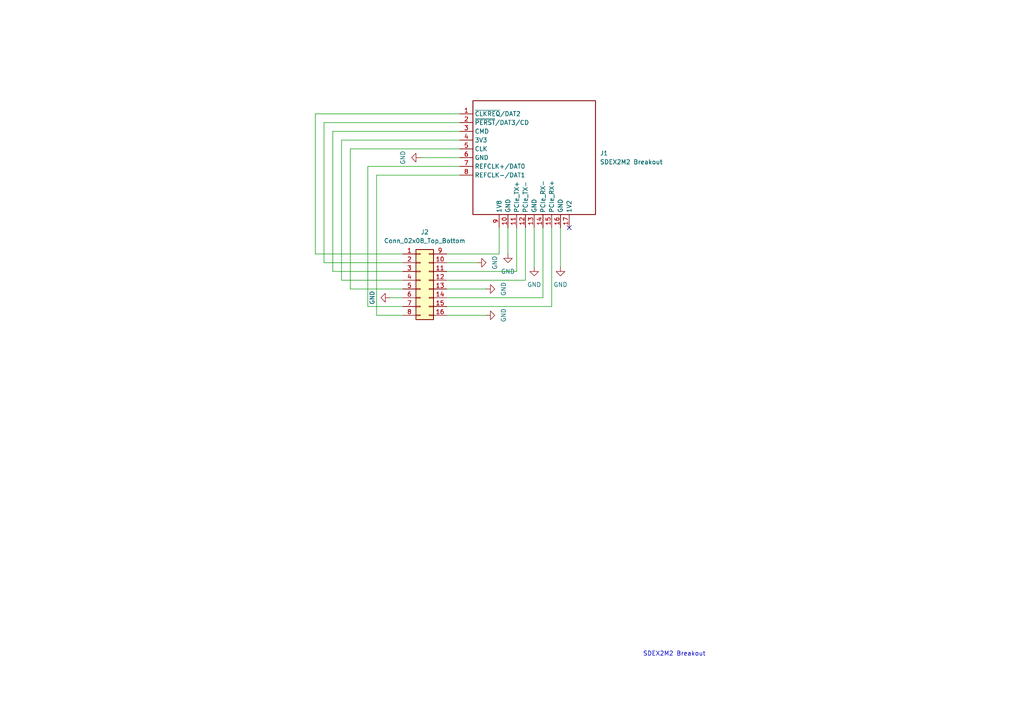
<source format=kicad_sch>
(kicad_sch
	(version 20250114)
	(generator "eeschema")
	(generator_version "9.0")
	(uuid "ab7da24e-4f2e-4e37-a5b2-9f2f0bc499d7")
	(paper "A4")
	(lib_symbols
		(symbol "Connector_Generic:Conn_02x08_Top_Bottom"
			(pin_names
				(offset 1.016)
				(hide yes)
			)
			(exclude_from_sim no)
			(in_bom yes)
			(on_board yes)
			(property "Reference" "J"
				(at 1.27 10.16 0)
				(effects
					(font
						(size 1.27 1.27)
					)
				)
			)
			(property "Value" "Conn_02x08_Top_Bottom"
				(at 1.27 -12.7 0)
				(effects
					(font
						(size 1.27 1.27)
					)
				)
			)
			(property "Footprint" ""
				(at 0 0 0)
				(effects
					(font
						(size 1.27 1.27)
					)
					(hide yes)
				)
			)
			(property "Datasheet" "~"
				(at 0 0 0)
				(effects
					(font
						(size 1.27 1.27)
					)
					(hide yes)
				)
			)
			(property "Description" "Generic connector, double row, 02x08, top/bottom pin numbering scheme (row 1: 1...pins_per_row, row2: pins_per_row+1 ... num_pins), script generated (kicad-library-utils/schlib/autogen/connector/)"
				(at 0 0 0)
				(effects
					(font
						(size 1.27 1.27)
					)
					(hide yes)
				)
			)
			(property "ki_keywords" "connector"
				(at 0 0 0)
				(effects
					(font
						(size 1.27 1.27)
					)
					(hide yes)
				)
			)
			(property "ki_fp_filters" "Connector*:*_2x??_*"
				(at 0 0 0)
				(effects
					(font
						(size 1.27 1.27)
					)
					(hide yes)
				)
			)
			(symbol "Conn_02x08_Top_Bottom_1_1"
				(rectangle
					(start -1.27 8.89)
					(end 3.81 -11.43)
					(stroke
						(width 0.254)
						(type default)
					)
					(fill
						(type background)
					)
				)
				(rectangle
					(start -1.27 7.747)
					(end 0 7.493)
					(stroke
						(width 0.1524)
						(type default)
					)
					(fill
						(type none)
					)
				)
				(rectangle
					(start -1.27 5.207)
					(end 0 4.953)
					(stroke
						(width 0.1524)
						(type default)
					)
					(fill
						(type none)
					)
				)
				(rectangle
					(start -1.27 2.667)
					(end 0 2.413)
					(stroke
						(width 0.1524)
						(type default)
					)
					(fill
						(type none)
					)
				)
				(rectangle
					(start -1.27 0.127)
					(end 0 -0.127)
					(stroke
						(width 0.1524)
						(type default)
					)
					(fill
						(type none)
					)
				)
				(rectangle
					(start -1.27 -2.413)
					(end 0 -2.667)
					(stroke
						(width 0.1524)
						(type default)
					)
					(fill
						(type none)
					)
				)
				(rectangle
					(start -1.27 -4.953)
					(end 0 -5.207)
					(stroke
						(width 0.1524)
						(type default)
					)
					(fill
						(type none)
					)
				)
				(rectangle
					(start -1.27 -7.493)
					(end 0 -7.747)
					(stroke
						(width 0.1524)
						(type default)
					)
					(fill
						(type none)
					)
				)
				(rectangle
					(start -1.27 -10.033)
					(end 0 -10.287)
					(stroke
						(width 0.1524)
						(type default)
					)
					(fill
						(type none)
					)
				)
				(rectangle
					(start 3.81 7.747)
					(end 2.54 7.493)
					(stroke
						(width 0.1524)
						(type default)
					)
					(fill
						(type none)
					)
				)
				(rectangle
					(start 3.81 5.207)
					(end 2.54 4.953)
					(stroke
						(width 0.1524)
						(type default)
					)
					(fill
						(type none)
					)
				)
				(rectangle
					(start 3.81 2.667)
					(end 2.54 2.413)
					(stroke
						(width 0.1524)
						(type default)
					)
					(fill
						(type none)
					)
				)
				(rectangle
					(start 3.81 0.127)
					(end 2.54 -0.127)
					(stroke
						(width 0.1524)
						(type default)
					)
					(fill
						(type none)
					)
				)
				(rectangle
					(start 3.81 -2.413)
					(end 2.54 -2.667)
					(stroke
						(width 0.1524)
						(type default)
					)
					(fill
						(type none)
					)
				)
				(rectangle
					(start 3.81 -4.953)
					(end 2.54 -5.207)
					(stroke
						(width 0.1524)
						(type default)
					)
					(fill
						(type none)
					)
				)
				(rectangle
					(start 3.81 -7.493)
					(end 2.54 -7.747)
					(stroke
						(width 0.1524)
						(type default)
					)
					(fill
						(type none)
					)
				)
				(rectangle
					(start 3.81 -10.033)
					(end 2.54 -10.287)
					(stroke
						(width 0.1524)
						(type default)
					)
					(fill
						(type none)
					)
				)
				(pin passive line
					(at -5.08 7.62 0)
					(length 3.81)
					(name "Pin_1"
						(effects
							(font
								(size 1.27 1.27)
							)
						)
					)
					(number "1"
						(effects
							(font
								(size 1.27 1.27)
							)
						)
					)
				)
				(pin passive line
					(at -5.08 5.08 0)
					(length 3.81)
					(name "Pin_2"
						(effects
							(font
								(size 1.27 1.27)
							)
						)
					)
					(number "2"
						(effects
							(font
								(size 1.27 1.27)
							)
						)
					)
				)
				(pin passive line
					(at -5.08 2.54 0)
					(length 3.81)
					(name "Pin_3"
						(effects
							(font
								(size 1.27 1.27)
							)
						)
					)
					(number "3"
						(effects
							(font
								(size 1.27 1.27)
							)
						)
					)
				)
				(pin passive line
					(at -5.08 0 0)
					(length 3.81)
					(name "Pin_4"
						(effects
							(font
								(size 1.27 1.27)
							)
						)
					)
					(number "4"
						(effects
							(font
								(size 1.27 1.27)
							)
						)
					)
				)
				(pin passive line
					(at -5.08 -2.54 0)
					(length 3.81)
					(name "Pin_5"
						(effects
							(font
								(size 1.27 1.27)
							)
						)
					)
					(number "5"
						(effects
							(font
								(size 1.27 1.27)
							)
						)
					)
				)
				(pin passive line
					(at -5.08 -5.08 0)
					(length 3.81)
					(name "Pin_6"
						(effects
							(font
								(size 1.27 1.27)
							)
						)
					)
					(number "6"
						(effects
							(font
								(size 1.27 1.27)
							)
						)
					)
				)
				(pin passive line
					(at -5.08 -7.62 0)
					(length 3.81)
					(name "Pin_7"
						(effects
							(font
								(size 1.27 1.27)
							)
						)
					)
					(number "7"
						(effects
							(font
								(size 1.27 1.27)
							)
						)
					)
				)
				(pin passive line
					(at -5.08 -10.16 0)
					(length 3.81)
					(name "Pin_8"
						(effects
							(font
								(size 1.27 1.27)
							)
						)
					)
					(number "8"
						(effects
							(font
								(size 1.27 1.27)
							)
						)
					)
				)
				(pin passive line
					(at 7.62 7.62 180)
					(length 3.81)
					(name "Pin_9"
						(effects
							(font
								(size 1.27 1.27)
							)
						)
					)
					(number "9"
						(effects
							(font
								(size 1.27 1.27)
							)
						)
					)
				)
				(pin passive line
					(at 7.62 5.08 180)
					(length 3.81)
					(name "Pin_10"
						(effects
							(font
								(size 1.27 1.27)
							)
						)
					)
					(number "10"
						(effects
							(font
								(size 1.27 1.27)
							)
						)
					)
				)
				(pin passive line
					(at 7.62 2.54 180)
					(length 3.81)
					(name "Pin_11"
						(effects
							(font
								(size 1.27 1.27)
							)
						)
					)
					(number "11"
						(effects
							(font
								(size 1.27 1.27)
							)
						)
					)
				)
				(pin passive line
					(at 7.62 0 180)
					(length 3.81)
					(name "Pin_12"
						(effects
							(font
								(size 1.27 1.27)
							)
						)
					)
					(number "12"
						(effects
							(font
								(size 1.27 1.27)
							)
						)
					)
				)
				(pin passive line
					(at 7.62 -2.54 180)
					(length 3.81)
					(name "Pin_13"
						(effects
							(font
								(size 1.27 1.27)
							)
						)
					)
					(number "13"
						(effects
							(font
								(size 1.27 1.27)
							)
						)
					)
				)
				(pin passive line
					(at 7.62 -5.08 180)
					(length 3.81)
					(name "Pin_14"
						(effects
							(font
								(size 1.27 1.27)
							)
						)
					)
					(number "14"
						(effects
							(font
								(size 1.27 1.27)
							)
						)
					)
				)
				(pin passive line
					(at 7.62 -7.62 180)
					(length 3.81)
					(name "Pin_15"
						(effects
							(font
								(size 1.27 1.27)
							)
						)
					)
					(number "15"
						(effects
							(font
								(size 1.27 1.27)
							)
						)
					)
				)
				(pin passive line
					(at 7.62 -10.16 180)
					(length 3.81)
					(name "Pin_16"
						(effects
							(font
								(size 1.27 1.27)
							)
						)
					)
					(number "16"
						(effects
							(font
								(size 1.27 1.27)
							)
						)
					)
				)
			)
			(embedded_fonts no)
		)
		(symbol "m1cha:Micro_SDex_PCB"
			(exclude_from_sim no)
			(in_bom yes)
			(on_board yes)
			(property "Reference" "J1"
				(at 17.78 1.2701 0)
				(effects
					(font
						(size 1.27 1.27)
					)
					(justify left)
				)
			)
			(property "Value" "SDEX2M2 Breakout"
				(at 17.78 -1.2699 0)
				(effects
					(font
						(size 1.27 1.27)
					)
					(justify left)
				)
			)
			(property "Footprint" "m1cha:usdex-male-open_bottom"
				(at 52.07 17.78 0)
				(effects
					(font
						(size 1.27 1.27)
					)
					(hide yes)
				)
			)
			(property "Datasheet" ""
				(at 2.032 23.622 0)
				(effects
					(font
						(size 1.27 1.27)
					)
					(hide yes)
				)
			)
			(property "Description" "Micro SD Card PCB"
				(at -1.778 20.828 0)
				(effects
					(font
						(size 1.27 1.27)
					)
					(hide yes)
				)
			)
			(property "ki_keywords" "connector SD microsd"
				(at 0 0 0)
				(effects
					(font
						(size 1.27 1.27)
					)
					(hide yes)
				)
			)
			(property "ki_fp_filters" "microSD*"
				(at 0 0 0)
				(effects
					(font
						(size 1.27 1.27)
					)
					(hide yes)
				)
			)
			(symbol "Micro_SDex_PCB_0_1"
				(polyline
					(pts
						(xy 16.51 -8.89) (xy 16.51 16.51) (xy -19.05 16.51) (xy -19.05 -16.51) (xy 16.51 -16.51) (xy 16.51 -8.89)
					)
					(stroke
						(width 0.254)
						(type default)
					)
					(fill
						(type none)
					)
				)
			)
			(symbol "Micro_SDex_PCB_1_1"
				(pin bidirectional line
					(at -22.86 12.7 0)
					(length 3.81)
					(name "~{CLKREQ}/DAT2"
						(effects
							(font
								(size 1.27 1.27)
							)
						)
					)
					(number "1"
						(effects
							(font
								(size 1.27 1.27)
							)
						)
					)
				)
				(pin bidirectional line
					(at -22.86 10.16 0)
					(length 3.81)
					(name "~{PERST}/DAT3/CD"
						(effects
							(font
								(size 1.27 1.27)
							)
						)
					)
					(number "2"
						(effects
							(font
								(size 1.27 1.27)
							)
						)
					)
				)
				(pin output line
					(at -22.86 7.62 0)
					(length 3.81)
					(name "CMD"
						(effects
							(font
								(size 1.27 1.27)
							)
						)
					)
					(number "3"
						(effects
							(font
								(size 1.27 1.27)
							)
						)
					)
				)
				(pin power_out line
					(at -22.86 5.08 0)
					(length 3.81)
					(name "3V3"
						(effects
							(font
								(size 1.27 1.27)
							)
						)
					)
					(number "4"
						(effects
							(font
								(size 1.27 1.27)
							)
						)
					)
				)
				(pin output line
					(at -22.86 2.54 0)
					(length 3.81)
					(name "CLK"
						(effects
							(font
								(size 1.27 1.27)
							)
						)
					)
					(number "5"
						(effects
							(font
								(size 1.27 1.27)
							)
						)
					)
				)
				(pin power_out line
					(at -22.86 0 0)
					(length 3.81)
					(name "GND"
						(effects
							(font
								(size 1.27 1.27)
							)
						)
					)
					(number "6"
						(effects
							(font
								(size 1.27 1.27)
							)
						)
					)
				)
				(pin bidirectional line
					(at -22.86 -2.54 0)
					(length 3.81)
					(name "REFCLK+/DAT0"
						(effects
							(font
								(size 1.27 1.27)
							)
						)
					)
					(number "7"
						(effects
							(font
								(size 1.27 1.27)
							)
						)
					)
				)
				(pin bidirectional line
					(at -22.86 -5.08 0)
					(length 3.81)
					(name "REFCLK-/DAT1"
						(effects
							(font
								(size 1.27 1.27)
							)
						)
					)
					(number "8"
						(effects
							(font
								(size 1.27 1.27)
							)
						)
					)
				)
				(pin power_out line
					(at -11.43 -20.32 90)
					(length 3.81)
					(name "1V8"
						(effects
							(font
								(size 1.27 1.27)
							)
						)
					)
					(number "9"
						(effects
							(font
								(size 1.27 1.27)
							)
						)
					)
				)
				(pin passive line
					(at -8.89 -20.32 90)
					(length 3.81)
					(name "GND"
						(effects
							(font
								(size 1.27 1.27)
							)
						)
					)
					(number "10"
						(effects
							(font
								(size 1.27 1.27)
							)
						)
					)
				)
				(pin output line
					(at -6.35 -20.32 90)
					(length 3.81)
					(name "PCIe_TX+"
						(effects
							(font
								(size 1.27 1.27)
							)
						)
					)
					(number "11"
						(effects
							(font
								(size 1.27 1.27)
							)
						)
					)
				)
				(pin output line
					(at -3.81 -20.32 90)
					(length 3.81)
					(name "PCIe_TX-"
						(effects
							(font
								(size 1.27 1.27)
							)
						)
					)
					(number "12"
						(effects
							(font
								(size 1.27 1.27)
							)
						)
					)
				)
				(pin passive line
					(at -1.27 -20.32 90)
					(length 3.81)
					(name "GND"
						(effects
							(font
								(size 1.27 1.27)
							)
						)
					)
					(number "13"
						(effects
							(font
								(size 1.27 1.27)
							)
						)
					)
				)
				(pin input line
					(at 1.27 -20.32 90)
					(length 3.81)
					(name "PCIe_RX-"
						(effects
							(font
								(size 1.27 1.27)
							)
						)
					)
					(number "14"
						(effects
							(font
								(size 1.27 1.27)
							)
						)
					)
				)
				(pin input line
					(at 3.81 -20.32 90)
					(length 3.81)
					(name "PCIe_RX+"
						(effects
							(font
								(size 1.27 1.27)
							)
						)
					)
					(number "15"
						(effects
							(font
								(size 1.27 1.27)
							)
						)
					)
				)
				(pin passive line
					(at 6.35 -20.32 90)
					(length 3.81)
					(name "GND"
						(effects
							(font
								(size 1.27 1.27)
							)
						)
					)
					(number "16"
						(effects
							(font
								(size 1.27 1.27)
							)
						)
					)
				)
				(pin power_out line
					(at 8.89 -20.32 90)
					(length 3.81)
					(name "1V2"
						(effects
							(font
								(size 1.27 1.27)
							)
						)
					)
					(number "17"
						(effects
							(font
								(size 1.27 1.27)
							)
						)
					)
				)
			)
			(embedded_fonts no)
		)
		(symbol "power:GND"
			(power)
			(pin_numbers
				(hide yes)
			)
			(pin_names
				(offset 0)
				(hide yes)
			)
			(exclude_from_sim no)
			(in_bom yes)
			(on_board yes)
			(property "Reference" "#PWR"
				(at 0 -6.35 0)
				(effects
					(font
						(size 1.27 1.27)
					)
					(hide yes)
				)
			)
			(property "Value" "GND"
				(at 0 -3.81 0)
				(effects
					(font
						(size 1.27 1.27)
					)
				)
			)
			(property "Footprint" ""
				(at 0 0 0)
				(effects
					(font
						(size 1.27 1.27)
					)
					(hide yes)
				)
			)
			(property "Datasheet" ""
				(at 0 0 0)
				(effects
					(font
						(size 1.27 1.27)
					)
					(hide yes)
				)
			)
			(property "Description" "Power symbol creates a global label with name \"GND\" , ground"
				(at 0 0 0)
				(effects
					(font
						(size 1.27 1.27)
					)
					(hide yes)
				)
			)
			(property "ki_keywords" "global power"
				(at 0 0 0)
				(effects
					(font
						(size 1.27 1.27)
					)
					(hide yes)
				)
			)
			(symbol "GND_0_1"
				(polyline
					(pts
						(xy 0 0) (xy 0 -1.27) (xy 1.27 -1.27) (xy 0 -2.54) (xy -1.27 -1.27) (xy 0 -1.27)
					)
					(stroke
						(width 0)
						(type default)
					)
					(fill
						(type none)
					)
				)
			)
			(symbol "GND_1_1"
				(pin power_in line
					(at 0 0 270)
					(length 0)
					(name "~"
						(effects
							(font
								(size 1.27 1.27)
							)
						)
					)
					(number "1"
						(effects
							(font
								(size 1.27 1.27)
							)
						)
					)
				)
			)
			(embedded_fonts no)
		)
	)
	(text "SDEX2M2 Breakout"
		(exclude_from_sim no)
		(at 195.58 189.738 0)
		(effects
			(font
				(size 1.27 1.27)
			)
		)
		(uuid "fbb2e163-2d89-4cf5-ac4b-f9bf1361494d")
	)
	(no_connect
		(at 165.1 66.04)
		(uuid "fd3e7cce-09c9-4321-9706-0ff0eb67ebf8")
	)
	(wire
		(pts
			(xy 99.06 40.64) (xy 99.06 81.28)
		)
		(stroke
			(width 0)
			(type default)
		)
		(uuid "028ad15d-b035-4117-a87a-4a9dd02532d5")
	)
	(wire
		(pts
			(xy 121.92 45.72) (xy 133.35 45.72)
		)
		(stroke
			(width 0)
			(type default)
		)
		(uuid "03d8fa3d-a597-4274-a4b8-91956887a753")
	)
	(wire
		(pts
			(xy 106.68 48.26) (xy 133.35 48.26)
		)
		(stroke
			(width 0)
			(type default)
		)
		(uuid "043e1345-c51a-4cc0-8712-5541633cf618")
	)
	(wire
		(pts
			(xy 116.84 83.82) (xy 101.6 83.82)
		)
		(stroke
			(width 0)
			(type default)
		)
		(uuid "0565ce2f-b314-40ea-b125-2469a580767c")
	)
	(wire
		(pts
			(xy 138.43 76.2) (xy 129.54 76.2)
		)
		(stroke
			(width 0)
			(type default)
		)
		(uuid "13b793c6-be1f-430e-9d04-87158dbd6122")
	)
	(wire
		(pts
			(xy 157.48 86.36) (xy 129.54 86.36)
		)
		(stroke
			(width 0)
			(type default)
		)
		(uuid "186b0ced-0155-4daf-99ef-2dfac3a96173")
	)
	(wire
		(pts
			(xy 109.22 91.44) (xy 109.22 50.8)
		)
		(stroke
			(width 0)
			(type default)
		)
		(uuid "1e045178-fcc0-47a2-a967-75dfbc992a1f")
	)
	(wire
		(pts
			(xy 149.86 78.74) (xy 129.54 78.74)
		)
		(stroke
			(width 0)
			(type default)
		)
		(uuid "21c7c481-69ad-4776-8b81-97e9b43cfe60")
	)
	(wire
		(pts
			(xy 116.84 73.66) (xy 91.44 73.66)
		)
		(stroke
			(width 0)
			(type default)
		)
		(uuid "32f4f92d-4366-4d46-a47c-d58567969d8f")
	)
	(wire
		(pts
			(xy 91.44 73.66) (xy 91.44 33.02)
		)
		(stroke
			(width 0)
			(type default)
		)
		(uuid "33a74489-84d9-4984-b094-68d56a69c1e8")
	)
	(wire
		(pts
			(xy 113.03 86.36) (xy 116.84 86.36)
		)
		(stroke
			(width 0)
			(type default)
		)
		(uuid "3475f4bf-d6a3-45d5-af06-364fe9304876")
	)
	(wire
		(pts
			(xy 106.68 88.9) (xy 106.68 48.26)
		)
		(stroke
			(width 0)
			(type default)
		)
		(uuid "436bcac1-2f06-42ae-9866-ec87edae2046")
	)
	(wire
		(pts
			(xy 160.02 88.9) (xy 129.54 88.9)
		)
		(stroke
			(width 0)
			(type default)
		)
		(uuid "4518da10-2809-4172-91ca-86a389bf1b98")
	)
	(wire
		(pts
			(xy 140.97 91.44) (xy 129.54 91.44)
		)
		(stroke
			(width 0)
			(type default)
		)
		(uuid "456786c0-6536-41d5-86c0-db69006e049e")
	)
	(wire
		(pts
			(xy 101.6 83.82) (xy 101.6 43.18)
		)
		(stroke
			(width 0)
			(type default)
		)
		(uuid "46374b4f-8bac-489f-9a64-520e54827d97")
	)
	(wire
		(pts
			(xy 101.6 43.18) (xy 133.35 43.18)
		)
		(stroke
			(width 0)
			(type default)
		)
		(uuid "49e99054-ffc0-4c62-bc9c-afd08356316e")
	)
	(wire
		(pts
			(xy 147.32 73.66) (xy 147.32 66.04)
		)
		(stroke
			(width 0)
			(type default)
		)
		(uuid "50976219-9b9e-477a-b505-ac6ba37ba699")
	)
	(wire
		(pts
			(xy 152.4 81.28) (xy 129.54 81.28)
		)
		(stroke
			(width 0)
			(type default)
		)
		(uuid "5144ef60-d97a-4d83-9bab-7d2f2c092eee")
	)
	(wire
		(pts
			(xy 144.78 66.04) (xy 144.78 73.66)
		)
		(stroke
			(width 0)
			(type default)
		)
		(uuid "5816ca42-0d27-4157-b108-f34032fe75ee")
	)
	(wire
		(pts
			(xy 109.22 50.8) (xy 133.35 50.8)
		)
		(stroke
			(width 0)
			(type default)
		)
		(uuid "5e54ea30-321c-42c4-8ef4-f8ec00a32463")
	)
	(wire
		(pts
			(xy 152.4 66.04) (xy 152.4 81.28)
		)
		(stroke
			(width 0)
			(type default)
		)
		(uuid "60af7057-37f9-4cf3-89b5-958f0a215241")
	)
	(wire
		(pts
			(xy 149.86 66.04) (xy 149.86 78.74)
		)
		(stroke
			(width 0)
			(type default)
		)
		(uuid "68dea15a-5e4a-448c-aa8c-205a3e8de779")
	)
	(wire
		(pts
			(xy 162.56 77.47) (xy 162.56 66.04)
		)
		(stroke
			(width 0)
			(type default)
		)
		(uuid "723d0643-3a43-4e40-84f9-61585668bda2")
	)
	(wire
		(pts
			(xy 160.02 66.04) (xy 160.02 88.9)
		)
		(stroke
			(width 0)
			(type default)
		)
		(uuid "73a1d956-bf9e-4206-a44e-cb5c91f247aa")
	)
	(wire
		(pts
			(xy 96.52 78.74) (xy 96.52 38.1)
		)
		(stroke
			(width 0)
			(type default)
		)
		(uuid "754cec68-bf30-4577-a2f8-d1fb099c7f60")
	)
	(wire
		(pts
			(xy 129.54 73.66) (xy 144.78 73.66)
		)
		(stroke
			(width 0)
			(type default)
		)
		(uuid "7d835924-c25d-4f67-9322-5674dfecf1c3")
	)
	(wire
		(pts
			(xy 96.52 38.1) (xy 133.35 38.1)
		)
		(stroke
			(width 0)
			(type default)
		)
		(uuid "87fd46b8-04ef-4cc2-bd90-ee414f35c2af")
	)
	(wire
		(pts
			(xy 133.35 40.64) (xy 99.06 40.64)
		)
		(stroke
			(width 0)
			(type default)
		)
		(uuid "8ba8f7d7-b059-41c8-bcbc-9559c2dcdea1")
	)
	(wire
		(pts
			(xy 116.84 78.74) (xy 96.52 78.74)
		)
		(stroke
			(width 0)
			(type default)
		)
		(uuid "8cef1b6b-5f9f-4c18-a6ee-b7187fda4240")
	)
	(wire
		(pts
			(xy 140.97 83.82) (xy 129.54 83.82)
		)
		(stroke
			(width 0)
			(type default)
		)
		(uuid "a9baf8bf-4b33-4c33-b621-2015f0a2730f")
	)
	(wire
		(pts
			(xy 99.06 81.28) (xy 116.84 81.28)
		)
		(stroke
			(width 0)
			(type default)
		)
		(uuid "abaaadd1-da2e-4a40-a959-8390fd837c8a")
	)
	(wire
		(pts
			(xy 154.94 77.47) (xy 154.94 66.04)
		)
		(stroke
			(width 0)
			(type default)
		)
		(uuid "b73177b6-58a0-4142-b46d-90d27d37c364")
	)
	(wire
		(pts
			(xy 93.98 76.2) (xy 116.84 76.2)
		)
		(stroke
			(width 0)
			(type default)
		)
		(uuid "c4c04e2f-1b88-4967-aaa0-37fdc629daf0")
	)
	(wire
		(pts
			(xy 133.35 35.56) (xy 93.98 35.56)
		)
		(stroke
			(width 0)
			(type default)
		)
		(uuid "dac75e0f-9ac7-4cc2-b277-5c0777b1fe1c")
	)
	(wire
		(pts
			(xy 91.44 33.02) (xy 133.35 33.02)
		)
		(stroke
			(width 0)
			(type default)
		)
		(uuid "db8ee2cf-e036-4d5d-91c2-cb926a9dcf21")
	)
	(wire
		(pts
			(xy 116.84 88.9) (xy 106.68 88.9)
		)
		(stroke
			(width 0)
			(type default)
		)
		(uuid "dc4f5c95-9435-4b73-8c91-ecf376a76a96")
	)
	(wire
		(pts
			(xy 116.84 91.44) (xy 109.22 91.44)
		)
		(stroke
			(width 0)
			(type default)
		)
		(uuid "dec15800-8189-4349-98a3-58ac8a9ee11c")
	)
	(wire
		(pts
			(xy 157.48 66.04) (xy 157.48 86.36)
		)
		(stroke
			(width 0)
			(type default)
		)
		(uuid "e9714f29-9e47-4aac-b934-b031549aa95d")
	)
	(wire
		(pts
			(xy 93.98 35.56) (xy 93.98 76.2)
		)
		(stroke
			(width 0)
			(type default)
		)
		(uuid "fa4c823c-14f5-476a-a604-440bbdcbb89a")
	)
	(symbol
		(lib_id "power:GND")
		(at 138.43 76.2 90)
		(unit 1)
		(exclude_from_sim no)
		(in_bom yes)
		(on_board yes)
		(dnp no)
		(uuid "4dfbc0ae-d345-4e55-92ee-eb80b81a508e")
		(property "Reference" "#PWR08"
			(at 144.78 76.2 0)
			(effects
				(font
					(size 1.27 1.27)
				)
				(hide yes)
			)
		)
		(property "Value" "GND"
			(at 143.51 76.2 0)
			(effects
				(font
					(size 1.27 1.27)
				)
			)
		)
		(property "Footprint" ""
			(at 138.43 76.2 0)
			(effects
				(font
					(size 1.27 1.27)
				)
				(hide yes)
			)
		)
		(property "Datasheet" ""
			(at 138.43 76.2 0)
			(effects
				(font
					(size 1.27 1.27)
				)
				(hide yes)
			)
		)
		(property "Description" "Power symbol creates a global label with name \"GND\" , ground"
			(at 138.43 76.2 0)
			(effects
				(font
					(size 1.27 1.27)
				)
				(hide yes)
			)
		)
		(pin "1"
			(uuid "a99ac9eb-e101-46d0-8248-7025d5d97650")
		)
		(instances
			(project "SDEXBreakout"
				(path "/ab7da24e-4f2e-4e37-a5b2-9f2f0bc499d7"
					(reference "#PWR08")
					(unit 1)
				)
			)
		)
	)
	(symbol
		(lib_id "power:GND")
		(at 140.97 83.82 90)
		(unit 1)
		(exclude_from_sim no)
		(in_bom yes)
		(on_board yes)
		(dnp no)
		(uuid "6e1f9dc5-d940-475e-8af6-385151ec9ef7")
		(property "Reference" "#PWR07"
			(at 147.32 83.82 0)
			(effects
				(font
					(size 1.27 1.27)
				)
				(hide yes)
			)
		)
		(property "Value" "GND"
			(at 146.05 83.82 0)
			(effects
				(font
					(size 1.27 1.27)
				)
			)
		)
		(property "Footprint" ""
			(at 140.97 83.82 0)
			(effects
				(font
					(size 1.27 1.27)
				)
				(hide yes)
			)
		)
		(property "Datasheet" ""
			(at 140.97 83.82 0)
			(effects
				(font
					(size 1.27 1.27)
				)
				(hide yes)
			)
		)
		(property "Description" "Power symbol creates a global label with name \"GND\" , ground"
			(at 140.97 83.82 0)
			(effects
				(font
					(size 1.27 1.27)
				)
				(hide yes)
			)
		)
		(pin "1"
			(uuid "d6208d67-b9ea-4c35-a9b5-98c422737c1c")
		)
		(instances
			(project "SDEXBreakout"
				(path "/ab7da24e-4f2e-4e37-a5b2-9f2f0bc499d7"
					(reference "#PWR07")
					(unit 1)
				)
			)
		)
	)
	(symbol
		(lib_id "power:GND")
		(at 113.03 86.36 270)
		(unit 1)
		(exclude_from_sim no)
		(in_bom yes)
		(on_board yes)
		(dnp no)
		(uuid "7495ab5a-ceb9-4769-94d1-ab79f4566dd7")
		(property "Reference" "#PWR05"
			(at 106.68 86.36 0)
			(effects
				(font
					(size 1.27 1.27)
				)
				(hide yes)
			)
		)
		(property "Value" "GND"
			(at 107.95 86.36 0)
			(effects
				(font
					(size 1.27 1.27)
				)
			)
		)
		(property "Footprint" ""
			(at 113.03 86.36 0)
			(effects
				(font
					(size 1.27 1.27)
				)
				(hide yes)
			)
		)
		(property "Datasheet" ""
			(at 113.03 86.36 0)
			(effects
				(font
					(size 1.27 1.27)
				)
				(hide yes)
			)
		)
		(property "Description" "Power symbol creates a global label with name \"GND\" , ground"
			(at 113.03 86.36 0)
			(effects
				(font
					(size 1.27 1.27)
				)
				(hide yes)
			)
		)
		(pin "1"
			(uuid "36361b50-c6e5-4e82-8516-8cea23fb5a52")
		)
		(instances
			(project "SDEXBreakout"
				(path "/ab7da24e-4f2e-4e37-a5b2-9f2f0bc499d7"
					(reference "#PWR05")
					(unit 1)
				)
			)
		)
	)
	(symbol
		(lib_id "Connector_Generic:Conn_02x08_Top_Bottom")
		(at 121.92 81.28 0)
		(unit 1)
		(exclude_from_sim no)
		(in_bom yes)
		(on_board yes)
		(dnp no)
		(fields_autoplaced yes)
		(uuid "79f917c1-017f-413f-bdbd-6d6a7e497537")
		(property "Reference" "J2"
			(at 123.19 67.31 0)
			(effects
				(font
					(size 1.27 1.27)
				)
			)
		)
		(property "Value" "Conn_02x08_Top_Bottom"
			(at 123.19 69.85 0)
			(effects
				(font
					(size 1.27 1.27)
				)
			)
		)
		(property "Footprint" "Connector_PinHeader_2.00mm:PinHeader_1x16_P2.00mm_Vertical"
			(at 121.92 81.28 0)
			(effects
				(font
					(size 1.27 1.27)
				)
				(hide yes)
			)
		)
		(property "Datasheet" "~"
			(at 121.92 81.28 0)
			(effects
				(font
					(size 1.27 1.27)
				)
				(hide yes)
			)
		)
		(property "Description" "Generic connector, double row, 02x08, top/bottom pin numbering scheme (row 1: 1...pins_per_row, row2: pins_per_row+1 ... num_pins), script generated (kicad-library-utils/schlib/autogen/connector/)"
			(at 121.92 81.28 0)
			(effects
				(font
					(size 1.27 1.27)
				)
				(hide yes)
			)
		)
		(pin "4"
			(uuid "a600f8fe-5d37-4cc4-ae51-a9c04ae4253e")
		)
		(pin "12"
			(uuid "1a0d33ae-392d-443f-b55a-adc75a19fdd9")
		)
		(pin "2"
			(uuid "0ca1e3d7-b0a6-442e-b422-3b38b47c842e")
		)
		(pin "14"
			(uuid "bf78e078-32d5-4c93-8112-64bf66a740dd")
		)
		(pin "5"
			(uuid "e7a32392-e25b-4daa-9568-a34de53b9c46")
		)
		(pin "1"
			(uuid "2ea72657-9331-466b-9d79-f0da89affbdc")
		)
		(pin "9"
			(uuid "ed3c8594-08bd-4828-af2a-7b1bc628ce9f")
		)
		(pin "15"
			(uuid "58192960-f486-41c9-bd7e-5933aa1c0891")
		)
		(pin "3"
			(uuid "896898a4-c696-47aa-bd36-0841f5504ff6")
		)
		(pin "10"
			(uuid "191fad4d-2475-441e-bd61-bf9257b8a69b")
		)
		(pin "6"
			(uuid "d95e6dfc-1265-455e-87a9-2c3f6954dc0d")
		)
		(pin "8"
			(uuid "c1a9c872-ba73-4786-a2c6-ce2ac8b3f73c")
		)
		(pin "13"
			(uuid "c68efb6a-c7de-457e-a573-b17d5af2c834")
		)
		(pin "7"
			(uuid "7b3de35f-78b9-47aa-8858-d481c6b7046d")
		)
		(pin "11"
			(uuid "dfbedb2a-3165-445f-8ff8-164373073110")
		)
		(pin "16"
			(uuid "89d759c0-4320-4738-8073-40ed071f9552")
		)
		(instances
			(project ""
				(path "/ab7da24e-4f2e-4e37-a5b2-9f2f0bc499d7"
					(reference "J2")
					(unit 1)
				)
			)
		)
	)
	(symbol
		(lib_id "m1cha:Micro_SDex_PCB")
		(at 156.21 45.72 0)
		(unit 1)
		(exclude_from_sim no)
		(in_bom yes)
		(on_board yes)
		(dnp no)
		(fields_autoplaced yes)
		(uuid "832d25c0-80ec-491d-ba8f-8e012b99c954")
		(property "Reference" "J1"
			(at 173.99 44.4499 0)
			(effects
				(font
					(size 1.27 1.27)
				)
				(justify left)
			)
		)
		(property "Value" "SDEX2M2 Breakout"
			(at 173.99 46.9899 0)
			(effects
				(font
					(size 1.27 1.27)
				)
				(justify left)
			)
		)
		(property "Footprint" "m1cha:usdex-male-open_bottom"
			(at 208.28 27.94 0)
			(effects
				(font
					(size 1.27 1.27)
				)
				(hide yes)
			)
		)
		(property "Datasheet" ""
			(at 158.242 22.098 0)
			(effects
				(font
					(size 1.27 1.27)
				)
				(hide yes)
			)
		)
		(property "Description" "Micro SD Card PCB"
			(at 154.432 24.892 0)
			(effects
				(font
					(size 1.27 1.27)
				)
				(hide yes)
			)
		)
		(pin "13"
			(uuid "e6920d72-7176-4645-bfbd-2a6894947840")
		)
		(pin "11"
			(uuid "c84ab752-e762-49a1-ab7e-cf6d6a3e5ee2")
		)
		(pin "12"
			(uuid "45042473-fe44-43a3-a1c5-62ecb9b8cec1")
		)
		(pin "14"
			(uuid "e191f4e4-6957-497c-ba91-30b571ffb7c2")
		)
		(pin "5"
			(uuid "028efa7e-8593-436c-8a3d-e403a5c8de50")
		)
		(pin "3"
			(uuid "9f5ed543-22b2-4637-ab74-bdb141304c31")
		)
		(pin "8"
			(uuid "b80f5386-8870-4896-a727-aa9e77a261c7")
		)
		(pin "10"
			(uuid "938f3813-5c22-4e37-a49d-e2d47386f468")
		)
		(pin "6"
			(uuid "f0d7d247-5f4f-460f-b91c-89d41b18f3ab")
		)
		(pin "9"
			(uuid "c08c9c60-ab3f-4df1-934b-23d7ecbd8921")
		)
		(pin "4"
			(uuid "807ef3e4-1983-43c3-abb0-88dc8860d408")
		)
		(pin "15"
			(uuid "87f00053-2954-45ad-83af-a9e60e94d7a8")
		)
		(pin "1"
			(uuid "52c31b84-8b1d-483a-97d9-3ea4a1bbcf24")
		)
		(pin "16"
			(uuid "51c03248-f175-49a7-a743-5dd0371dacfd")
		)
		(pin "17"
			(uuid "ac4af930-126c-4ad1-bd95-2f95c99f9738")
		)
		(pin "7"
			(uuid "eae40638-dc3c-4577-904f-084556029107")
		)
		(pin "2"
			(uuid "30c42e27-44c3-4d7c-a86f-d0ab143e5242")
		)
		(instances
			(project ""
				(path "/ab7da24e-4f2e-4e37-a5b2-9f2f0bc499d7"
					(reference "J1")
					(unit 1)
				)
			)
		)
	)
	(symbol
		(lib_id "power:GND")
		(at 147.32 73.66 0)
		(unit 1)
		(exclude_from_sim no)
		(in_bom yes)
		(on_board yes)
		(dnp no)
		(uuid "96b0d8e2-8a66-4a01-98e1-eacd6daeaeac")
		(property "Reference" "#PWR02"
			(at 147.32 80.01 0)
			(effects
				(font
					(size 1.27 1.27)
				)
				(hide yes)
			)
		)
		(property "Value" "GND"
			(at 147.32 78.74 0)
			(effects
				(font
					(size 1.27 1.27)
				)
			)
		)
		(property "Footprint" ""
			(at 147.32 73.66 0)
			(effects
				(font
					(size 1.27 1.27)
				)
				(hide yes)
			)
		)
		(property "Datasheet" ""
			(at 147.32 73.66 0)
			(effects
				(font
					(size 1.27 1.27)
				)
				(hide yes)
			)
		)
		(property "Description" "Power symbol creates a global label with name \"GND\" , ground"
			(at 147.32 73.66 0)
			(effects
				(font
					(size 1.27 1.27)
				)
				(hide yes)
			)
		)
		(pin "1"
			(uuid "fbcf7e0b-d4dd-4279-8b0e-4ee2213b1918")
		)
		(instances
			(project "SDEXBreakout"
				(path "/ab7da24e-4f2e-4e37-a5b2-9f2f0bc499d7"
					(reference "#PWR02")
					(unit 1)
				)
			)
		)
	)
	(symbol
		(lib_id "power:GND")
		(at 154.94 77.47 0)
		(unit 1)
		(exclude_from_sim no)
		(in_bom yes)
		(on_board yes)
		(dnp no)
		(uuid "b2e2edfe-28c9-45fb-9670-f6d59c6075f4")
		(property "Reference" "#PWR01"
			(at 154.94 83.82 0)
			(effects
				(font
					(size 1.27 1.27)
				)
				(hide yes)
			)
		)
		(property "Value" "GND"
			(at 154.94 82.55 0)
			(effects
				(font
					(size 1.27 1.27)
				)
			)
		)
		(property "Footprint" ""
			(at 154.94 77.47 0)
			(effects
				(font
					(size 1.27 1.27)
				)
				(hide yes)
			)
		)
		(property "Datasheet" ""
			(at 154.94 77.47 0)
			(effects
				(font
					(size 1.27 1.27)
				)
				(hide yes)
			)
		)
		(property "Description" "Power symbol creates a global label with name \"GND\" , ground"
			(at 154.94 77.47 0)
			(effects
				(font
					(size 1.27 1.27)
				)
				(hide yes)
			)
		)
		(pin "1"
			(uuid "2387566a-ef14-448b-b75e-992307c9870b")
		)
		(instances
			(project "SDEXBreakout"
				(path "/ab7da24e-4f2e-4e37-a5b2-9f2f0bc499d7"
					(reference "#PWR01")
					(unit 1)
				)
			)
		)
	)
	(symbol
		(lib_id "power:GND")
		(at 140.97 91.44 90)
		(unit 1)
		(exclude_from_sim no)
		(in_bom yes)
		(on_board yes)
		(dnp no)
		(uuid "d4d1d3d9-5064-4c27-b263-d5808d680f70")
		(property "Reference" "#PWR06"
			(at 147.32 91.44 0)
			(effects
				(font
					(size 1.27 1.27)
				)
				(hide yes)
			)
		)
		(property "Value" "GND"
			(at 146.05 91.44 0)
			(effects
				(font
					(size 1.27 1.27)
				)
			)
		)
		(property "Footprint" ""
			(at 140.97 91.44 0)
			(effects
				(font
					(size 1.27 1.27)
				)
				(hide yes)
			)
		)
		(property "Datasheet" ""
			(at 140.97 91.44 0)
			(effects
				(font
					(size 1.27 1.27)
				)
				(hide yes)
			)
		)
		(property "Description" "Power symbol creates a global label with name \"GND\" , ground"
			(at 140.97 91.44 0)
			(effects
				(font
					(size 1.27 1.27)
				)
				(hide yes)
			)
		)
		(pin "1"
			(uuid "6292d1df-4b21-4ebb-ac53-2e69f3d55b6f")
		)
		(instances
			(project "SDEXBreakout"
				(path "/ab7da24e-4f2e-4e37-a5b2-9f2f0bc499d7"
					(reference "#PWR06")
					(unit 1)
				)
			)
		)
	)
	(symbol
		(lib_id "power:GND")
		(at 162.56 77.47 0)
		(unit 1)
		(exclude_from_sim no)
		(in_bom yes)
		(on_board yes)
		(dnp no)
		(uuid "e8ced2de-b7e8-4a23-b51d-c70ead42b5d3")
		(property "Reference" "#PWR03"
			(at 162.56 83.82 0)
			(effects
				(font
					(size 1.27 1.27)
				)
				(hide yes)
			)
		)
		(property "Value" "GND"
			(at 162.56 82.55 0)
			(effects
				(font
					(size 1.27 1.27)
				)
			)
		)
		(property "Footprint" ""
			(at 162.56 77.47 0)
			(effects
				(font
					(size 1.27 1.27)
				)
				(hide yes)
			)
		)
		(property "Datasheet" ""
			(at 162.56 77.47 0)
			(effects
				(font
					(size 1.27 1.27)
				)
				(hide yes)
			)
		)
		(property "Description" "Power symbol creates a global label with name \"GND\" , ground"
			(at 162.56 77.47 0)
			(effects
				(font
					(size 1.27 1.27)
				)
				(hide yes)
			)
		)
		(pin "1"
			(uuid "0e204c88-2c33-418f-b99e-9b0ac491f296")
		)
		(instances
			(project "SDEXBreakout"
				(path "/ab7da24e-4f2e-4e37-a5b2-9f2f0bc499d7"
					(reference "#PWR03")
					(unit 1)
				)
			)
		)
	)
	(symbol
		(lib_id "power:GND")
		(at 121.92 45.72 270)
		(unit 1)
		(exclude_from_sim no)
		(in_bom yes)
		(on_board yes)
		(dnp no)
		(uuid "ec50d875-b040-4663-97b5-afad54183ea4")
		(property "Reference" "#PWR04"
			(at 115.57 45.72 0)
			(effects
				(font
					(size 1.27 1.27)
				)
				(hide yes)
			)
		)
		(property "Value" "GND"
			(at 116.84 45.72 0)
			(effects
				(font
					(size 1.27 1.27)
				)
			)
		)
		(property "Footprint" ""
			(at 121.92 45.72 0)
			(effects
				(font
					(size 1.27 1.27)
				)
				(hide yes)
			)
		)
		(property "Datasheet" ""
			(at 121.92 45.72 0)
			(effects
				(font
					(size 1.27 1.27)
				)
				(hide yes)
			)
		)
		(property "Description" "Power symbol creates a global label with name \"GND\" , ground"
			(at 121.92 45.72 0)
			(effects
				(font
					(size 1.27 1.27)
				)
				(hide yes)
			)
		)
		(pin "1"
			(uuid "14bc72ef-ece9-40e5-8cf6-970656f98080")
		)
		(instances
			(project "SDEXBreakout"
				(path "/ab7da24e-4f2e-4e37-a5b2-9f2f0bc499d7"
					(reference "#PWR04")
					(unit 1)
				)
			)
		)
	)
	(sheet_instances
		(path "/"
			(page "1")
		)
	)
	(embedded_fonts no)
)

</source>
